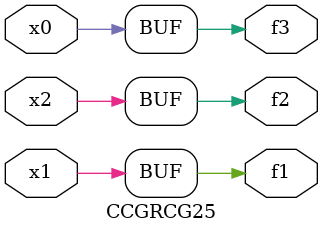
<source format=v>
module CCGRCG25(
	input x0, x1, x2,
	output f1, f2, f3
);
	assign f1 = x1;
	assign f2 = x2;
	assign f3 = x0;
endmodule

</source>
